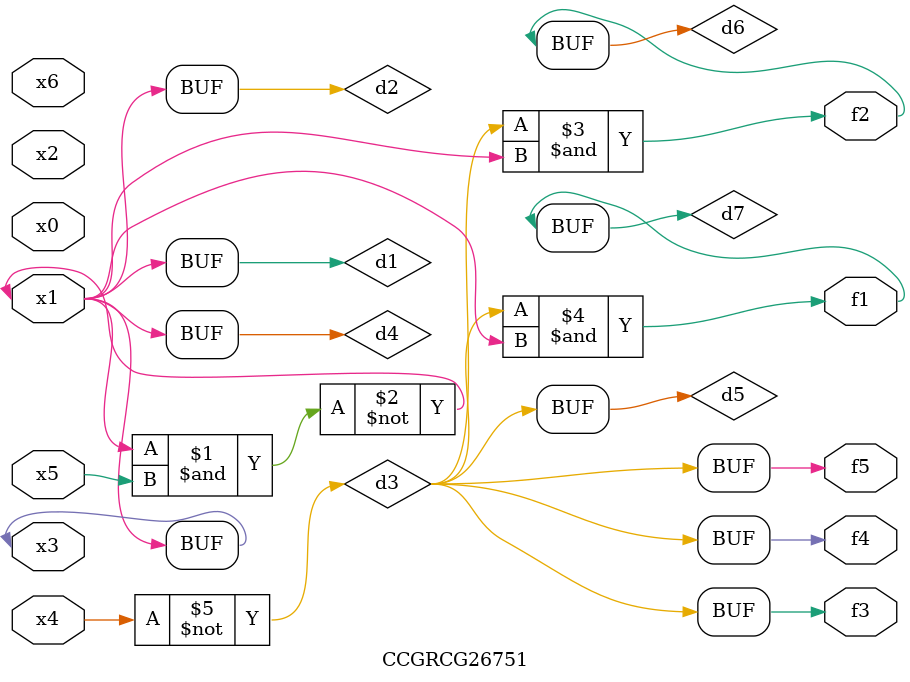
<source format=v>
module CCGRCG26751(
	input x0, x1, x2, x3, x4, x5, x6,
	output f1, f2, f3, f4, f5
);

	wire d1, d2, d3, d4, d5, d6, d7;

	buf (d1, x1, x3);
	nand (d2, x1, x5);
	not (d3, x4);
	buf (d4, d1, d2);
	buf (d5, d3);
	and (d6, d3, d4);
	and (d7, d3, d4);
	assign f1 = d7;
	assign f2 = d6;
	assign f3 = d5;
	assign f4 = d5;
	assign f5 = d5;
endmodule

</source>
